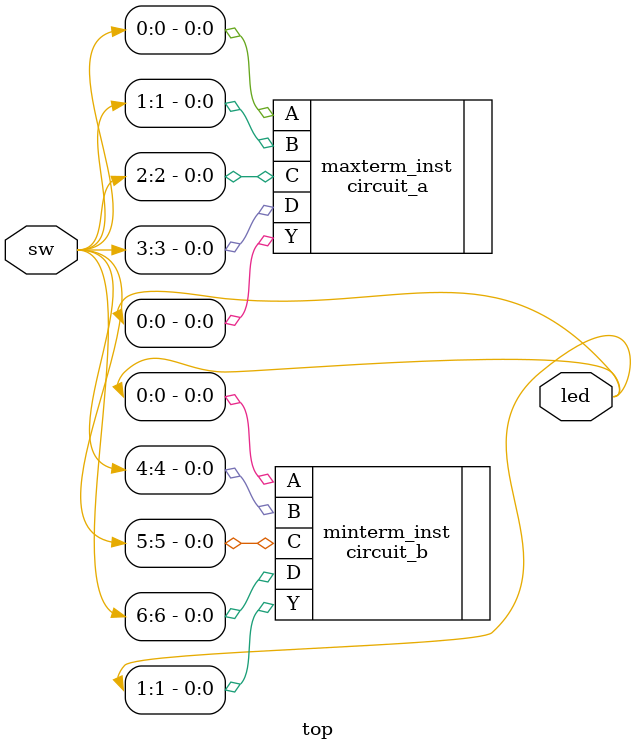
<source format=v>
module top(
    input [6:0] sw,
    output [1:0] led
);

    circuit_a maxterm_inst(
        .A(sw[0]),
        .B(sw[1]),
        .C(sw[2]),
        .D(sw[3]),
        .Y(led[0])
    );
    
    circuit_b minterm_inst(
        .A(led[0]),
        .B(sw[4]),
        .C(sw[5]),
        .D(sw[6]),
        .Y(led[1])
    );
    
  endmodule
</source>
